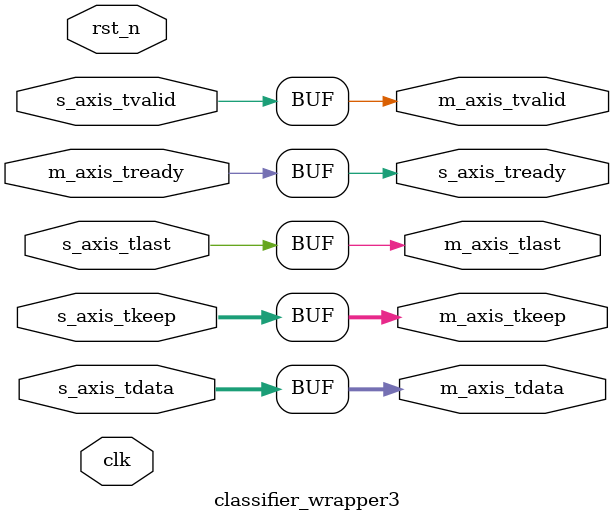
<source format=v>
module classifier_wrapper3 #(
    parameter DATA_WIDTH = 32,
    parameter KEEP_WIDTH = 4
)(
    input wire clk,
    input wire rst_n,

    // AXI-Stream input interface
    input wire [DATA_WIDTH-1:0] s_axis_tdata,
    input wire [KEEP_WIDTH-1:0] s_axis_tkeep,
    input wire                  s_axis_tvalid,
    output wire                 s_axis_tready,
    input wire                  s_axis_tlast,

    // AXI-Stream output interface
    output wire [DATA_WIDTH-1:0] m_axis_tdata,
    output wire [KEEP_WIDTH-1:0] m_axis_tkeep,
    output wire                  m_axis_tvalid,
    input wire                   m_axis_tready,
    output wire                  m_axis_tlast
);

    // For now, simply pass through the AXI-Stream signals
    assign m_axis_tdata  = s_axis_tdata;
    assign m_axis_tkeep  = s_axis_tkeep;
    assign m_axis_tvalid = s_axis_tvalid;
    assign s_axis_tready = m_axis_tready;
    assign m_axis_tlast  = s_axis_tlast;

endmodule


</source>
